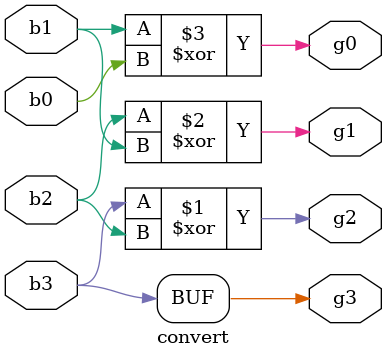
<source format=v>
`timescale 1ns / 1ps


module convert(
    input b3,
    input b2,
    input b1,
    input b0,
    output g3,
    output g2,
    output g1,
    output g0
    );
assign g3=b3;
assign g2=b3^b2;
assign g1=b2^b1;
assign g0=b1^b0;
endmodule

</source>
